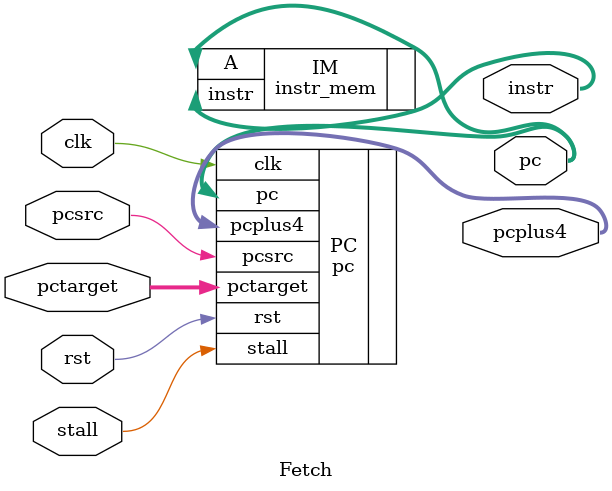
<source format=v>
`timescale 1ns / 1ps

module Fetch(
    input         clk,
    input         rst,
    input         pcsrc,
    input         stall,
    input  [31:0] pctarget,
    output [31:0] pcplus4,
    output [31:0] instr,
    output [31:0] pc
    );
    
    pc PC(
    .clk(clk),
    .rst(rst),
    .pcsrc(pcsrc),
    .pctarget(pctarget),
    .pcplus4(pcplus4),
    .pc(pc),
    .stall(stall)
    );
    
    instr_mem IM(
    .A(pc),
    .instr(instr)
    );
    
endmodule

</source>
